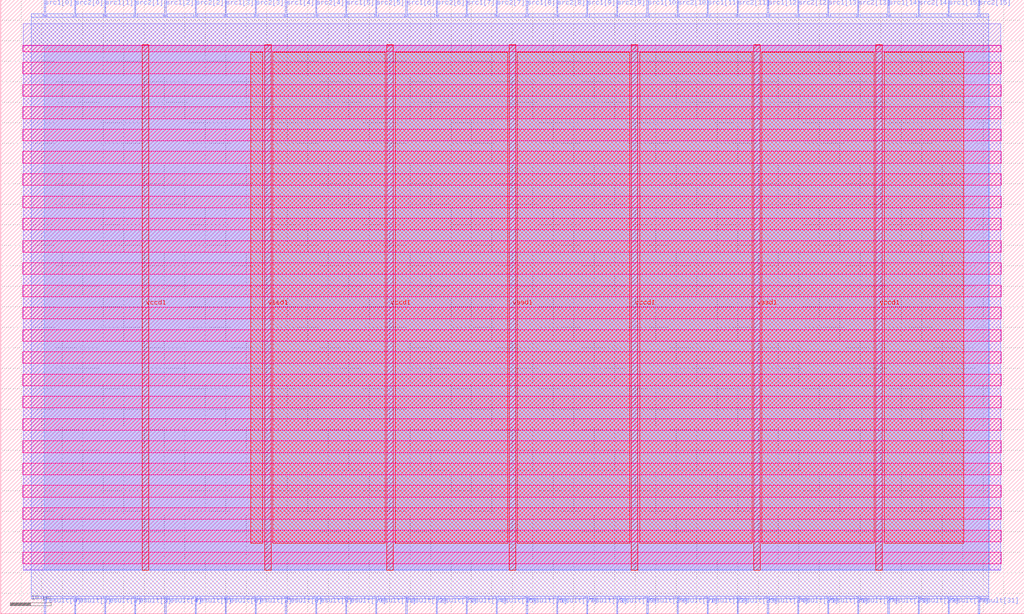
<source format=lef>
VERSION 5.7 ;
  NOWIREEXTENSIONATPIN ON ;
  DIVIDERCHAR "/" ;
  BUSBITCHARS "[]" ;
MACRO MUL16_U
  CLASS BLOCK ;
  FOREIGN MUL16_U ;
  ORIGIN 0.000 0.000 ;
  SIZE 250.000 BY 150.000 ;
  PIN result[0]
    DIRECTION OUTPUT TRISTATE ;
    USE SIGNAL ;
    PORT
      LAYER met2 ;
        RECT 10.670 0.000 10.950 4.000 ;
    END
  END result[0]
  PIN result[10]
    DIRECTION OUTPUT TRISTATE ;
    USE SIGNAL ;
    PORT
      LAYER met2 ;
        RECT 84.270 0.000 84.550 4.000 ;
    END
  END result[10]
  PIN result[11]
    DIRECTION OUTPUT TRISTATE ;
    USE SIGNAL ;
    PORT
      LAYER met2 ;
        RECT 91.630 0.000 91.910 4.000 ;
    END
  END result[11]
  PIN result[12]
    DIRECTION OUTPUT TRISTATE ;
    USE SIGNAL ;
    PORT
      LAYER met2 ;
        RECT 98.990 0.000 99.270 4.000 ;
    END
  END result[12]
  PIN result[13]
    DIRECTION OUTPUT TRISTATE ;
    USE SIGNAL ;
    PORT
      LAYER met2 ;
        RECT 106.350 0.000 106.630 4.000 ;
    END
  END result[13]
  PIN result[14]
    DIRECTION OUTPUT TRISTATE ;
    USE SIGNAL ;
    PORT
      LAYER met2 ;
        RECT 113.710 0.000 113.990 4.000 ;
    END
  END result[14]
  PIN result[15]
    DIRECTION OUTPUT TRISTATE ;
    USE SIGNAL ;
    PORT
      LAYER met2 ;
        RECT 121.070 0.000 121.350 4.000 ;
    END
  END result[15]
  PIN result[16]
    DIRECTION OUTPUT TRISTATE ;
    USE SIGNAL ;
    PORT
      LAYER met2 ;
        RECT 128.430 0.000 128.710 4.000 ;
    END
  END result[16]
  PIN result[17]
    DIRECTION OUTPUT TRISTATE ;
    USE SIGNAL ;
    PORT
      LAYER met2 ;
        RECT 135.790 0.000 136.070 4.000 ;
    END
  END result[17]
  PIN result[18]
    DIRECTION OUTPUT TRISTATE ;
    USE SIGNAL ;
    PORT
      LAYER met2 ;
        RECT 143.150 0.000 143.430 4.000 ;
    END
  END result[18]
  PIN result[19]
    DIRECTION OUTPUT TRISTATE ;
    USE SIGNAL ;
    PORT
      LAYER met2 ;
        RECT 150.510 0.000 150.790 4.000 ;
    END
  END result[19]
  PIN result[1]
    DIRECTION OUTPUT TRISTATE ;
    USE SIGNAL ;
    PORT
      LAYER met2 ;
        RECT 18.030 0.000 18.310 4.000 ;
    END
  END result[1]
  PIN result[20]
    DIRECTION OUTPUT TRISTATE ;
    USE SIGNAL ;
    PORT
      LAYER met2 ;
        RECT 157.870 0.000 158.150 4.000 ;
    END
  END result[20]
  PIN result[21]
    DIRECTION OUTPUT TRISTATE ;
    USE SIGNAL ;
    PORT
      LAYER met2 ;
        RECT 165.230 0.000 165.510 4.000 ;
    END
  END result[21]
  PIN result[22]
    DIRECTION OUTPUT TRISTATE ;
    USE SIGNAL ;
    PORT
      LAYER met2 ;
        RECT 172.590 0.000 172.870 4.000 ;
    END
  END result[22]
  PIN result[23]
    DIRECTION OUTPUT TRISTATE ;
    USE SIGNAL ;
    PORT
      LAYER met2 ;
        RECT 179.950 0.000 180.230 4.000 ;
    END
  END result[23]
  PIN result[24]
    DIRECTION OUTPUT TRISTATE ;
    USE SIGNAL ;
    PORT
      LAYER met2 ;
        RECT 187.310 0.000 187.590 4.000 ;
    END
  END result[24]
  PIN result[25]
    DIRECTION OUTPUT TRISTATE ;
    USE SIGNAL ;
    PORT
      LAYER met2 ;
        RECT 194.670 0.000 194.950 4.000 ;
    END
  END result[25]
  PIN result[26]
    DIRECTION OUTPUT TRISTATE ;
    USE SIGNAL ;
    PORT
      LAYER met2 ;
        RECT 202.030 0.000 202.310 4.000 ;
    END
  END result[26]
  PIN result[27]
    DIRECTION OUTPUT TRISTATE ;
    USE SIGNAL ;
    PORT
      LAYER met2 ;
        RECT 209.390 0.000 209.670 4.000 ;
    END
  END result[27]
  PIN result[28]
    DIRECTION OUTPUT TRISTATE ;
    USE SIGNAL ;
    PORT
      LAYER met2 ;
        RECT 216.750 0.000 217.030 4.000 ;
    END
  END result[28]
  PIN result[29]
    DIRECTION OUTPUT TRISTATE ;
    USE SIGNAL ;
    PORT
      LAYER met2 ;
        RECT 224.110 0.000 224.390 4.000 ;
    END
  END result[29]
  PIN result[2]
    DIRECTION OUTPUT TRISTATE ;
    USE SIGNAL ;
    PORT
      LAYER met2 ;
        RECT 25.390 0.000 25.670 4.000 ;
    END
  END result[2]
  PIN result[30]
    DIRECTION OUTPUT TRISTATE ;
    USE SIGNAL ;
    PORT
      LAYER met2 ;
        RECT 231.470 0.000 231.750 4.000 ;
    END
  END result[30]
  PIN result[31]
    DIRECTION OUTPUT TRISTATE ;
    USE SIGNAL ;
    PORT
      LAYER met2 ;
        RECT 238.830 0.000 239.110 4.000 ;
    END
  END result[31]
  PIN result[3]
    DIRECTION OUTPUT TRISTATE ;
    USE SIGNAL ;
    PORT
      LAYER met2 ;
        RECT 32.750 0.000 33.030 4.000 ;
    END
  END result[3]
  PIN result[4]
    DIRECTION OUTPUT TRISTATE ;
    USE SIGNAL ;
    PORT
      LAYER met2 ;
        RECT 40.110 0.000 40.390 4.000 ;
    END
  END result[4]
  PIN result[5]
    DIRECTION OUTPUT TRISTATE ;
    USE SIGNAL ;
    PORT
      LAYER met2 ;
        RECT 47.470 0.000 47.750 4.000 ;
    END
  END result[5]
  PIN result[6]
    DIRECTION OUTPUT TRISTATE ;
    USE SIGNAL ;
    PORT
      LAYER met2 ;
        RECT 54.830 0.000 55.110 4.000 ;
    END
  END result[6]
  PIN result[7]
    DIRECTION OUTPUT TRISTATE ;
    USE SIGNAL ;
    PORT
      LAYER met2 ;
        RECT 62.190 0.000 62.470 4.000 ;
    END
  END result[7]
  PIN result[8]
    DIRECTION OUTPUT TRISTATE ;
    USE SIGNAL ;
    PORT
      LAYER met2 ;
        RECT 69.550 0.000 69.830 4.000 ;
    END
  END result[8]
  PIN result[9]
    DIRECTION OUTPUT TRISTATE ;
    USE SIGNAL ;
    PORT
      LAYER met2 ;
        RECT 76.910 0.000 77.190 4.000 ;
    END
  END result[9]
  PIN src1[0]
    DIRECTION INPUT ;
    USE SIGNAL ;
    PORT
      LAYER met2 ;
        RECT 10.670 146.000 10.950 150.000 ;
    END
  END src1[0]
  PIN src1[10]
    DIRECTION INPUT ;
    USE SIGNAL ;
    PORT
      LAYER met2 ;
        RECT 157.870 146.000 158.150 150.000 ;
    END
  END src1[10]
  PIN src1[11]
    DIRECTION INPUT ;
    USE SIGNAL ;
    PORT
      LAYER met2 ;
        RECT 172.590 146.000 172.870 150.000 ;
    END
  END src1[11]
  PIN src1[12]
    DIRECTION INPUT ;
    USE SIGNAL ;
    PORT
      LAYER met2 ;
        RECT 187.310 146.000 187.590 150.000 ;
    END
  END src1[12]
  PIN src1[13]
    DIRECTION INPUT ;
    USE SIGNAL ;
    PORT
      LAYER met2 ;
        RECT 202.030 146.000 202.310 150.000 ;
    END
  END src1[13]
  PIN src1[14]
    DIRECTION INPUT ;
    USE SIGNAL ;
    PORT
      LAYER met2 ;
        RECT 216.750 146.000 217.030 150.000 ;
    END
  END src1[14]
  PIN src1[15]
    DIRECTION INPUT ;
    USE SIGNAL ;
    PORT
      LAYER met2 ;
        RECT 231.470 146.000 231.750 150.000 ;
    END
  END src1[15]
  PIN src1[1]
    DIRECTION INPUT ;
    USE SIGNAL ;
    PORT
      LAYER met2 ;
        RECT 25.390 146.000 25.670 150.000 ;
    END
  END src1[1]
  PIN src1[2]
    DIRECTION INPUT ;
    USE SIGNAL ;
    PORT
      LAYER met2 ;
        RECT 40.110 146.000 40.390 150.000 ;
    END
  END src1[2]
  PIN src1[3]
    DIRECTION INPUT ;
    USE SIGNAL ;
    PORT
      LAYER met2 ;
        RECT 54.830 146.000 55.110 150.000 ;
    END
  END src1[3]
  PIN src1[4]
    DIRECTION INPUT ;
    USE SIGNAL ;
    PORT
      LAYER met2 ;
        RECT 69.550 146.000 69.830 150.000 ;
    END
  END src1[4]
  PIN src1[5]
    DIRECTION INPUT ;
    USE SIGNAL ;
    PORT
      LAYER met2 ;
        RECT 84.270 146.000 84.550 150.000 ;
    END
  END src1[5]
  PIN src1[6]
    DIRECTION INPUT ;
    USE SIGNAL ;
    PORT
      LAYER met2 ;
        RECT 98.990 146.000 99.270 150.000 ;
    END
  END src1[6]
  PIN src1[7]
    DIRECTION INPUT ;
    USE SIGNAL ;
    PORT
      LAYER met2 ;
        RECT 113.710 146.000 113.990 150.000 ;
    END
  END src1[7]
  PIN src1[8]
    DIRECTION INPUT ;
    USE SIGNAL ;
    PORT
      LAYER met2 ;
        RECT 128.430 146.000 128.710 150.000 ;
    END
  END src1[8]
  PIN src1[9]
    DIRECTION INPUT ;
    USE SIGNAL ;
    PORT
      LAYER met2 ;
        RECT 143.150 146.000 143.430 150.000 ;
    END
  END src1[9]
  PIN src2[0]
    DIRECTION INPUT ;
    USE SIGNAL ;
    PORT
      LAYER met2 ;
        RECT 18.030 146.000 18.310 150.000 ;
    END
  END src2[0]
  PIN src2[10]
    DIRECTION INPUT ;
    USE SIGNAL ;
    PORT
      LAYER met2 ;
        RECT 165.230 146.000 165.510 150.000 ;
    END
  END src2[10]
  PIN src2[11]
    DIRECTION INPUT ;
    USE SIGNAL ;
    PORT
      LAYER met2 ;
        RECT 179.950 146.000 180.230 150.000 ;
    END
  END src2[11]
  PIN src2[12]
    DIRECTION INPUT ;
    USE SIGNAL ;
    PORT
      LAYER met2 ;
        RECT 194.670 146.000 194.950 150.000 ;
    END
  END src2[12]
  PIN src2[13]
    DIRECTION INPUT ;
    USE SIGNAL ;
    PORT
      LAYER met2 ;
        RECT 209.390 146.000 209.670 150.000 ;
    END
  END src2[13]
  PIN src2[14]
    DIRECTION INPUT ;
    USE SIGNAL ;
    PORT
      LAYER met2 ;
        RECT 224.110 146.000 224.390 150.000 ;
    END
  END src2[14]
  PIN src2[15]
    DIRECTION INPUT ;
    USE SIGNAL ;
    PORT
      LAYER met2 ;
        RECT 238.830 146.000 239.110 150.000 ;
    END
  END src2[15]
  PIN src2[1]
    DIRECTION INPUT ;
    USE SIGNAL ;
    PORT
      LAYER met2 ;
        RECT 32.750 146.000 33.030 150.000 ;
    END
  END src2[1]
  PIN src2[2]
    DIRECTION INPUT ;
    USE SIGNAL ;
    PORT
      LAYER met2 ;
        RECT 47.470 146.000 47.750 150.000 ;
    END
  END src2[2]
  PIN src2[3]
    DIRECTION INPUT ;
    USE SIGNAL ;
    PORT
      LAYER met2 ;
        RECT 62.190 146.000 62.470 150.000 ;
    END
  END src2[3]
  PIN src2[4]
    DIRECTION INPUT ;
    USE SIGNAL ;
    PORT
      LAYER met2 ;
        RECT 76.910 146.000 77.190 150.000 ;
    END
  END src2[4]
  PIN src2[5]
    DIRECTION INPUT ;
    USE SIGNAL ;
    PORT
      LAYER met2 ;
        RECT 91.630 146.000 91.910 150.000 ;
    END
  END src2[5]
  PIN src2[6]
    DIRECTION INPUT ;
    USE SIGNAL ;
    PORT
      LAYER met2 ;
        RECT 106.350 146.000 106.630 150.000 ;
    END
  END src2[6]
  PIN src2[7]
    DIRECTION INPUT ;
    USE SIGNAL ;
    PORT
      LAYER met2 ;
        RECT 121.070 146.000 121.350 150.000 ;
    END
  END src2[7]
  PIN src2[8]
    DIRECTION INPUT ;
    USE SIGNAL ;
    PORT
      LAYER met2 ;
        RECT 135.790 146.000 136.070 150.000 ;
    END
  END src2[8]
  PIN src2[9]
    DIRECTION INPUT ;
    USE SIGNAL ;
    PORT
      LAYER met2 ;
        RECT 150.510 146.000 150.790 150.000 ;
    END
  END src2[9]
  PIN vccd1
    DIRECTION INOUT ;
    USE POWER ;
    PORT
      LAYER met4 ;
        RECT 34.590 10.640 36.190 138.960 ;
    END
    PORT
      LAYER met4 ;
        RECT 94.330 10.640 95.930 138.960 ;
    END
    PORT
      LAYER met4 ;
        RECT 154.070 10.640 155.670 138.960 ;
    END
    PORT
      LAYER met4 ;
        RECT 213.810 10.640 215.410 138.960 ;
    END
  END vccd1
  PIN vssd1
    DIRECTION INOUT ;
    USE GROUND ;
    PORT
      LAYER met4 ;
        RECT 64.460 10.640 66.060 138.960 ;
    END
    PORT
      LAYER met4 ;
        RECT 124.200 10.640 125.800 138.960 ;
    END
    PORT
      LAYER met4 ;
        RECT 183.940 10.640 185.540 138.960 ;
    END
  END vssd1
  OBS
      LAYER nwell ;
        RECT 5.330 137.305 244.450 138.910 ;
        RECT 5.330 131.865 244.450 134.695 ;
        RECT 5.330 126.425 244.450 129.255 ;
        RECT 5.330 120.985 244.450 123.815 ;
        RECT 5.330 115.545 244.450 118.375 ;
        RECT 5.330 110.105 244.450 112.935 ;
        RECT 5.330 104.665 244.450 107.495 ;
        RECT 5.330 99.225 244.450 102.055 ;
        RECT 5.330 93.785 244.450 96.615 ;
        RECT 5.330 88.345 244.450 91.175 ;
        RECT 5.330 82.905 244.450 85.735 ;
        RECT 5.330 77.465 244.450 80.295 ;
        RECT 5.330 72.025 244.450 74.855 ;
        RECT 5.330 66.585 244.450 69.415 ;
        RECT 5.330 61.145 244.450 63.975 ;
        RECT 5.330 55.705 244.450 58.535 ;
        RECT 5.330 50.265 244.450 53.095 ;
        RECT 5.330 44.825 244.450 47.655 ;
        RECT 5.330 39.385 244.450 42.215 ;
        RECT 5.330 33.945 244.450 36.775 ;
        RECT 5.330 28.505 244.450 31.335 ;
        RECT 5.330 23.065 244.450 25.895 ;
        RECT 5.330 17.625 244.450 20.455 ;
        RECT 5.330 12.185 244.450 15.015 ;
      LAYER li1 ;
        RECT 5.520 10.795 244.260 138.805 ;
      LAYER met1 ;
        RECT 5.520 10.640 244.260 144.120 ;
      LAYER met2 ;
        RECT 7.460 145.720 10.390 146.610 ;
        RECT 11.230 145.720 17.750 146.610 ;
        RECT 18.590 145.720 25.110 146.610 ;
        RECT 25.950 145.720 32.470 146.610 ;
        RECT 33.310 145.720 39.830 146.610 ;
        RECT 40.670 145.720 47.190 146.610 ;
        RECT 48.030 145.720 54.550 146.610 ;
        RECT 55.390 145.720 61.910 146.610 ;
        RECT 62.750 145.720 69.270 146.610 ;
        RECT 70.110 145.720 76.630 146.610 ;
        RECT 77.470 145.720 83.990 146.610 ;
        RECT 84.830 145.720 91.350 146.610 ;
        RECT 92.190 145.720 98.710 146.610 ;
        RECT 99.550 145.720 106.070 146.610 ;
        RECT 106.910 145.720 113.430 146.610 ;
        RECT 114.270 145.720 120.790 146.610 ;
        RECT 121.630 145.720 128.150 146.610 ;
        RECT 128.990 145.720 135.510 146.610 ;
        RECT 136.350 145.720 142.870 146.610 ;
        RECT 143.710 145.720 150.230 146.610 ;
        RECT 151.070 145.720 157.590 146.610 ;
        RECT 158.430 145.720 164.950 146.610 ;
        RECT 165.790 145.720 172.310 146.610 ;
        RECT 173.150 145.720 179.670 146.610 ;
        RECT 180.510 145.720 187.030 146.610 ;
        RECT 187.870 145.720 194.390 146.610 ;
        RECT 195.230 145.720 201.750 146.610 ;
        RECT 202.590 145.720 209.110 146.610 ;
        RECT 209.950 145.720 216.470 146.610 ;
        RECT 217.310 145.720 223.830 146.610 ;
        RECT 224.670 145.720 231.190 146.610 ;
        RECT 232.030 145.720 238.550 146.610 ;
        RECT 239.390 145.720 241.410 146.610 ;
        RECT 7.460 4.280 241.410 145.720 ;
        RECT 7.460 3.670 10.390 4.280 ;
        RECT 11.230 3.670 17.750 4.280 ;
        RECT 18.590 3.670 25.110 4.280 ;
        RECT 25.950 3.670 32.470 4.280 ;
        RECT 33.310 3.670 39.830 4.280 ;
        RECT 40.670 3.670 47.190 4.280 ;
        RECT 48.030 3.670 54.550 4.280 ;
        RECT 55.390 3.670 61.910 4.280 ;
        RECT 62.750 3.670 69.270 4.280 ;
        RECT 70.110 3.670 76.630 4.280 ;
        RECT 77.470 3.670 83.990 4.280 ;
        RECT 84.830 3.670 91.350 4.280 ;
        RECT 92.190 3.670 98.710 4.280 ;
        RECT 99.550 3.670 106.070 4.280 ;
        RECT 106.910 3.670 113.430 4.280 ;
        RECT 114.270 3.670 120.790 4.280 ;
        RECT 121.630 3.670 128.150 4.280 ;
        RECT 128.990 3.670 135.510 4.280 ;
        RECT 136.350 3.670 142.870 4.280 ;
        RECT 143.710 3.670 150.230 4.280 ;
        RECT 151.070 3.670 157.590 4.280 ;
        RECT 158.430 3.670 164.950 4.280 ;
        RECT 165.790 3.670 172.310 4.280 ;
        RECT 173.150 3.670 179.670 4.280 ;
        RECT 180.510 3.670 187.030 4.280 ;
        RECT 187.870 3.670 194.390 4.280 ;
        RECT 195.230 3.670 201.750 4.280 ;
        RECT 202.590 3.670 209.110 4.280 ;
        RECT 209.950 3.670 216.470 4.280 ;
        RECT 217.310 3.670 223.830 4.280 ;
        RECT 224.670 3.670 231.190 4.280 ;
        RECT 232.030 3.670 238.550 4.280 ;
        RECT 239.390 3.670 241.410 4.280 ;
      LAYER met3 ;
        RECT 10.645 10.715 241.435 138.885 ;
      LAYER met4 ;
        RECT 61.015 17.175 64.060 137.185 ;
        RECT 66.460 17.175 93.930 137.185 ;
        RECT 96.330 17.175 123.800 137.185 ;
        RECT 126.200 17.175 153.670 137.185 ;
        RECT 156.070 17.175 183.540 137.185 ;
        RECT 185.940 17.175 213.410 137.185 ;
        RECT 215.810 17.175 235.225 137.185 ;
  END
END MUL16_U
END LIBRARY


</source>
